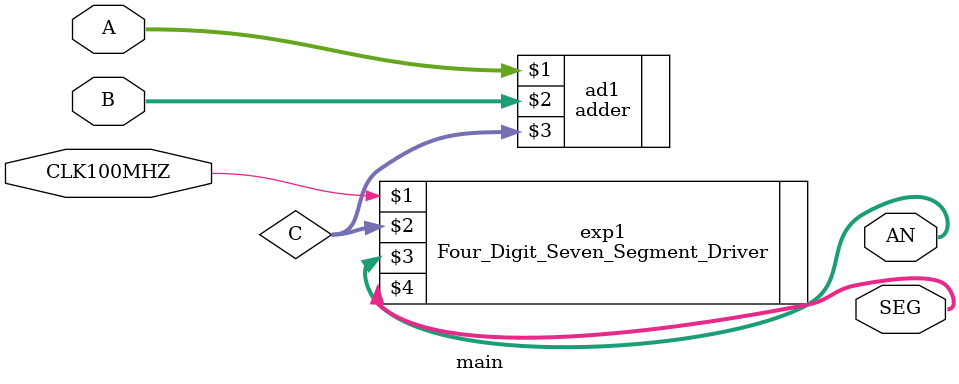
<source format=v>
`timescale 1ns / 1ps


module main(
  input CLK100MHZ, 
 input [7:0] A,
 input [7:0] B,
 output  [3:0] AN, 
 output  [6:0] SEG 
    );
    wire [7:0] C;
    adder ad1(A, B, C);
Four_Digit_Seven_Segment_Driver exp1(CLK100MHZ, C, AN, SEG);
endmodule

</source>
